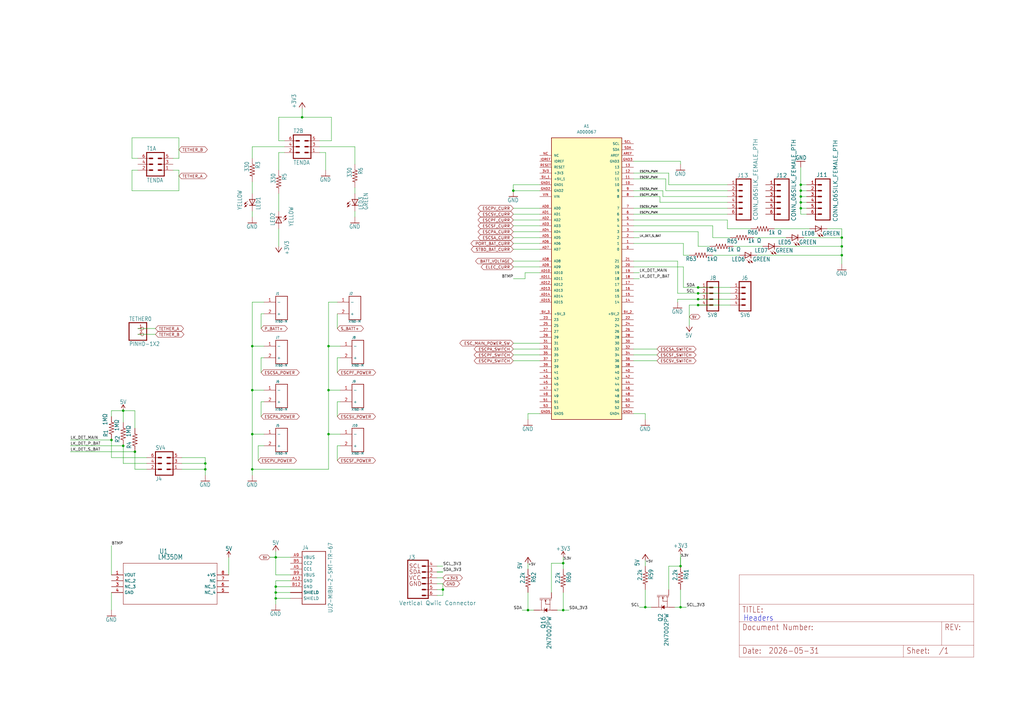
<source format=kicad_sch>
(kicad_sch (version 20231120) (generator "eeschema") (generator_version "8.0")
  (paper "User" 443.357 305.206)
  (junction (at 58.42 195.58))
  (junction (at 243.84 243.84))
  (junction (at 364.49 110.49))
  (junction (at 222.25 82.55))
  (junction (at 302.26 132.08))
  (junction (at 109.22 203.2))
  (junction (at 364.49 102.87))
  (junction (at 191.77 255.27))
  (junction (at 243.84 264.16))
  (junction (at 130.81 50.8))
  (junction (at 88.9 203.2))
  (junction (at 279.4 262.89))
  (junction (at 346.71 90.17))
  (junction (at 294.64 245.11))
  (junction (at 119.38 254))
  (junction (at 88.9 200.66))
  (junction (at 119.38 241.3))
  (junction (at 294.64 262.89))
  (junction (at 109.22 187.96))
  (junction (at 119.38 256.54))
  (junction (at 302.26 127))
  (junction (at 53.34 193.04))
  (junction (at 346.71 87.63))
  (junction (at 364.49 106.68))
  (junction (at 302.26 129.54))
  (junction (at 119.38 259.08))
  (junction (at 228.6 264.16))
  (junction (at 346.71 82.55))
  (junction (at 142.24 149.86))
  (junction (at 53.34 177.8))
  (junction (at 109.22 168.91))
  (junction (at 346.71 80.01))
  (junction (at 346.71 85.09))
  (junction (at 142.24 187.96))
  (junction (at 109.22 149.86))
  (junction (at 302.26 124.46))
  (junction (at 48.26 190.5))
  (junction (at 142.24 168.91))
  (wire (pts (xy 222.25 82.55) (xy 233.68 82.55)))
  (wire (pts (xy 146.05 173.99) (xy 146.05 180.34)) (stroke (width 0.1524)))
  (wire (pts (xy 78.74 198.12) (xy 88.9 198.12)) (stroke (width 0.1524)))
  (wire (pts (xy 119.38 259.08) (xy 125.73 259.08)))
  (wire (pts (xy 142.24 168.91) (xy 142.24 187.96)) (stroke (width 0.1524)))
  (wire (pts (xy 119.38 259.08) (xy 119.38 261.62)) (stroke (width 0.1524)))
  (wire (pts (xy 288.29 82.55) (xy 314.96 82.55)))
  (wire (pts (xy 287.02 85.09) (xy 287.02 82.55)))
  (wire (pts (xy 288.29 77.47) (xy 288.29 82.55)))
  (wire (pts (xy 243.84 243.84) (xy 238.76 243.84)) (stroke (width 0.1524)))
  (wire (pts (xy 114.3 135.89) (xy 113.03 135.89)) (stroke (width 0.1524)))
  (wire (pts (xy 189.23 255.27) (xy 191.77 255.27)))
  (wire (pts (xy 109.22 93.98) (xy 109.22 91.44)) (stroke (width 0.1524)))
  (wire (pts (xy 274.32 100.33) (xy 302.26 100.33)))
  (wire (pts (xy 228.6 264.16) (xy 231.14 264.16)) (stroke (width 0.1524)))
  (wire (pts (xy 222.25 107.95) (xy 233.68 107.95)))
  (wire (pts (xy 147.32 149.86) (xy 142.24 149.86)) (stroke (width 0.1524)))
  (wire (pts (xy 222.25 148.59) (xy 233.68 148.59)))
  (wire (pts (xy 48.26 248.92) (xy 48.26 236.22)) (stroke (width 0.1524)))
  (wire (pts (xy 147.32 187.96) (xy 142.24 187.96)) (stroke (width 0.1524)))
  (wire (pts (xy 142.24 187.96) (xy 142.24 203.2)) (stroke (width 0.1524)))
  (wire (pts (xy 228.6 245.11) (xy 228.6 246.38)) (stroke (width 0.1524)))
  (wire (pts (xy 279.4 243.84) (xy 279.4 242.57)))
  (wire (pts (xy 241.3 264.16) (xy 243.84 264.16)) (stroke (width 0.1524)))
  (wire (pts (xy 294.64 69.85) (xy 274.32 69.85)) (stroke (width 0.1524)))
  (wire (pts (xy 326.39 102.87) (xy 340.36 102.87)))
  (wire (pts (xy 279.4 262.89) (xy 281.94 262.89)) (stroke (width 0.1524)))
  (wire (pts (xy 302.26 127) (xy 316.23 127)))
  (wire (pts (xy 274.32 97.79) (xy 308.61 97.79)))
  (wire (pts (xy 222.25 115.57) (xy 233.68 115.57)))
  (wire (pts (xy 58.42 195.58) (xy 30.48 195.58)) (stroke (width 0.1524)))
  (wire (pts (xy 53.34 193.04) (xy 53.34 200.66)) (stroke (width 0.1524)))
  (wire (pts (xy 119.38 251.46) (xy 119.38 254)))
  (wire (pts (xy 120.65 50.8) (xy 130.81 50.8)) (stroke (width 0.1524)))
  (wire (pts (xy 113.03 135.89) (xy 113.03 142.24)) (stroke (width 0.1524)))
  (wire (pts (xy 59.69 142.24) (xy 67.31 142.24)) (stroke (width 0.1524)))
  (wire (pts (xy 274.32 90.17) (xy 314.96 90.17)))
  (wire (pts (xy 53.34 193.04) (xy 30.48 193.04)) (stroke (width 0.1524)))
  (wire (pts (xy 274.32 156.21) (xy 284.48 156.21)) (stroke (width 0.1524)))
  (wire (pts (xy 77.47 68.58) (xy 74.93 68.58)) (stroke (width 0.1524)))
  (wire (pts (xy 88.9 200.66) (xy 88.9 203.2)) (stroke (width 0.1524)))
  (wire (pts (xy 119.38 248.92) (xy 119.38 241.3)))
  (wire (pts (xy 191.77 247.65) (xy 189.23 247.65)))
  (wire (pts (xy 119.38 256.54) (xy 125.73 256.54)))
  (wire (pts (xy 243.84 242.57) (xy 243.84 243.84)) (stroke (width 0.1524)))
  (wire (pts (xy 243.84 264.16) (xy 246.38 264.16)) (stroke (width 0.1524)))
  (wire (pts (xy 143.51 50.8) (xy 143.51 60.96)) (stroke (width 0.1524)))
  (wire (pts (xy 294.64 71.12) (xy 294.64 69.85)) (stroke (width 0.1524)))
  (wire (pts (xy 302.26 124.46) (xy 316.23 124.46)))
  (wire (pts (xy 189.23 250.19) (xy 191.77 250.19)) (stroke (width 0.1524)))
  (wire (pts (xy 114.3 130.81) (xy 109.22 130.81)) (stroke (width 0.1524)))
  (wire (pts (xy 116.84 241.3) (xy 119.38 241.3)) (stroke (width 0.1524)))
  (wire (pts (xy 147.32 173.99) (xy 146.05 173.99)) (stroke (width 0.1524)))
  (wire (pts (xy 109.22 130.81) (xy 109.22 149.86)) (stroke (width 0.1524)))
  (wire (pts (xy 294.64 245.11) (xy 294.64 240.03)) (stroke (width 0.1524)))
  (wire (pts (xy 222.25 105.41) (xy 233.68 105.41)))
  (wire (pts (xy 59.69 73.66) (xy 57.15 73.66)) (stroke (width 0.1524)))
  (wire (pts (xy 243.84 243.84) (xy 243.84 246.38)) (stroke (width 0.1524)))
  (wire (pts (xy 53.34 200.66) (xy 63.5 200.66)) (stroke (width 0.1524)))
  (wire (pts (xy 364.49 110.49) (xy 364.49 114.3)))
  (wire (pts (xy 57.15 68.58) (xy 57.15 59.69)) (stroke (width 0.1524)))
  (wire (pts (xy 119.38 254) (xy 125.73 254)))
  (wire (pts (xy 78.74 203.2) (xy 88.9 203.2)) (stroke (width 0.1524)))
  (wire (pts (xy 58.42 195.58) (xy 58.42 203.2)) (stroke (width 0.1524)))
  (wire (pts (xy 302.26 132.08) (xy 316.23 132.08)))
  (wire (pts (xy 293.37 129.54) (xy 302.26 129.54)))
  (wire (pts (xy 222.25 151.13) (xy 233.68 151.13)))
  (wire (pts (xy 191.77 247.65) (xy 189.23 247.65)) (stroke (width 0.1524)))
  (wire (pts (xy 274.32 151.13) (xy 284.48 151.13)) (stroke (width 0.1524)))
  (wire (pts (xy 116.84 241.3) (xy 119.38 241.3)))
  (wire (pts (xy 274.32 95.25) (xy 314.96 95.25)))
  (wire (pts (xy 222.25 92.71) (xy 233.68 92.71)))
  (wire (pts (xy 238.76 243.84) (xy 238.76 256.54)) (stroke (width 0.1524)))
  (wire (pts (xy 308.61 110.49) (xy 320.04 110.49)))
  (wire (pts (xy 77.47 59.69) (xy 77.47 68.58)) (stroke (width 0.1524)))
  (wire (pts (xy 308.61 102.87) (xy 316.23 102.87)))
  (wire (pts (xy 146.05 154.94) (xy 146.05 161.29)) (stroke (width 0.1524)))
  (wire (pts (xy 349.25 80.01) (xy 346.71 80.01)) (stroke (width 0.1524)))
  (wire (pts (xy 228.6 264.16) (xy 228.6 256.54)) (stroke (width 0.1524)))
  (wire (pts (xy 274.32 118.11) (xy 276.86 118.11)))
  (wire (pts (xy 147.32 168.91) (xy 142.24 168.91)) (stroke (width 0.1524)))
  (wire (pts (xy 120.65 106.68) (xy 120.65 99.06)) (stroke (width 0.1524)))
  (wire (pts (xy 78.74 200.66) (xy 88.9 200.66)) (stroke (width 0.1524)))
  (wire (pts (xy 138.43 66.04) (xy 140.97 66.04)) (stroke (width 0.1524)))
  (wire (pts (xy 109.22 149.86) (xy 109.22 168.91)) (stroke (width 0.1524)))
  (wire (pts (xy 53.34 177.8) (xy 58.42 177.8)) (stroke (width 0.1524)))
  (wire (pts (xy 222.25 90.17) (xy 233.68 90.17)) (stroke (width 0.1524)))
  (wire (pts (xy 274.32 120.65) (xy 276.86 120.65)))
  (wire (pts (xy 222.25 153.67) (xy 233.68 153.67)))
  (wire (pts (xy 227.33 118.11) (xy 233.68 118.11)))
  (wire (pts (xy 119.38 254) (xy 119.38 256.54)))
  (wire (pts (xy 233.68 80.01) (xy 222.25 80.01)))
  (wire (pts (xy 146.05 130.81) (xy 142.24 130.81)) (stroke (width 0.1524)))
  (wire (pts (xy 125.73 248.92) (xy 119.38 248.92)))
  (wire (pts (xy 114.3 154.94) (xy 113.03 154.94)) (stroke (width 0.1524)))
  (wire (pts (xy 120.65 91.44) (xy 120.65 83.82)) (stroke (width 0.1524)))
  (wire (pts (xy 346.71 90.17) (xy 346.71 87.63)) (stroke (width 0.1524)))
  (wire (pts (xy 279.4 243.84) (xy 279.4 245.11)) (stroke (width 0.1524)))
  (wire (pts (xy 58.42 177.8) (xy 58.42 185.42)) (stroke (width 0.1524)))
  (wire (pts (xy 274.32 74.93) (xy 289.56 74.93)))
  (wire (pts (xy 109.22 168.91) (xy 109.22 187.96)) (stroke (width 0.1524)))
  (wire (pts (xy 153.67 63.5) (xy 153.67 71.12)) (stroke (width 0.1524)))
  (wire (pts (xy 119.38 256.54) (xy 119.38 259.08)) (stroke (width 0.1524)))
  (wire (pts (xy 88.9 198.12) (xy 88.9 200.66)) (stroke (width 0.1524)))
  (wire (pts (xy 337.82 106.68) (xy 364.49 106.68)))
  (wire (pts (xy 298.45 132.08) (xy 298.45 140.97)))
  (wire (pts (xy 77.47 73.66) (xy 77.47 82.55)) (stroke (width 0.1524)))
  (wire (pts (xy 222.25 100.33) (xy 233.68 100.33)))
  (wire (pts (xy 113.03 154.94) (xy 113.03 161.29)) (stroke (width 0.1524)))
  (wire (pts (xy 293.37 127) (xy 302.26 127)))
  (wire (pts (xy 191.77 245.11) (xy 189.23 245.11)))
  (wire (pts (xy 189.23 257.81) (xy 191.77 257.81)))
  (wire (pts (xy 189.23 252.73) (xy 191.77 252.73)))
  (wire (pts (xy 274.32 179.07) (xy 279.4 179.07)) (stroke (width 0.1524)))
  (wire (pts (xy 298.45 132.08) (xy 302.26 132.08)))
  (wire (pts (xy 222.25 113.03) (xy 233.68 113.03)))
  (wire (pts (xy 130.81 50.8) (xy 143.51 50.8)) (stroke (width 0.1524)))
  (wire (pts (xy 276.86 262.89) (xy 279.4 262.89)) (stroke (width 0.1524)))
  (wire (pts (xy 59.69 144.78) (xy 67.31 144.78)) (stroke (width 0.1524)))
  (wire (pts (xy 364.49 102.87) (xy 364.49 106.68)))
  (wire (pts (xy 120.65 66.04) (xy 123.19 66.04)) (stroke (width 0.1524)))
  (wire (pts (xy 123.19 60.96) (xy 120.65 60.96)) (stroke (width 0.1524)))
  (wire (pts (xy 274.32 115.57) (xy 295.91 115.57)))
  (wire (pts (xy 125.73 251.46) (xy 119.38 251.46)))
  (wire (pts (xy 294.64 245.11) (xy 289.56 245.11)) (stroke (width 0.1524)))
  (wire (pts (xy 119.38 241.3) (xy 119.38 238.76)) (stroke (width 0.1524)))
  (wire (pts (xy 346.71 92.71) (xy 346.71 90.17)) (stroke (width 0.1524)))
  (wire (pts (xy 274.32 77.47) (xy 288.29 77.47)))
  (wire (pts (xy 191.77 255.27) (xy 191.77 252.73)))
  (wire (pts (xy 285.75 87.63) (xy 314.96 87.63)))
  (wire (pts (xy 279.4 179.07) (xy 279.4 181.61)) (stroke (width 0.1524)))
  (wire (pts (xy 114.3 173.99) (xy 113.03 173.99)) (stroke (width 0.1524)))
  (wire (pts (xy 227.33 120.65) (xy 222.25 120.65)))
  (wire (pts (xy 349.25 82.55) (xy 346.71 82.55)) (stroke (width 0.1524)))
  (wire (pts (xy 297.18 262.89) (xy 294.64 262.89)) (stroke (width 0.1524)))
  (wire (pts (xy 294.64 262.89) (xy 294.64 255.27)) (stroke (width 0.1524)))
  (wire (pts (xy 222.25 80.01) (xy 222.25 82.55)))
  (wire (pts (xy 63.5 203.2) (xy 58.42 203.2)) (stroke (width 0.1524)))
  (wire (pts (xy 88.9 203.2) (xy 88.9 205.74)) (stroke (width 0.1524)))
  (wire (pts (xy 109.22 203.2) (xy 109.22 205.74)) (stroke (width 0.1524)))
  (wire (pts (xy 77.47 59.69) (xy 57.15 59.69)) (stroke (width 0.1524)))
  (wire (pts (xy 191.77 257.81) (xy 191.77 255.27)))
  (wire (pts (xy 274.32 102.87) (xy 276.86 102.87)))
  (wire (pts (xy 349.25 92.71) (xy 346.71 92.71)) (stroke (width 0.1524)))
  (wire (pts (xy 138.43 63.5) (xy 153.67 63.5)) (stroke (width 0.1524)))
  (wire (pts (xy 109.22 187.96) (xy 109.22 203.2)) (stroke (width 0.1524)))
  (wire (pts (xy 295.91 124.46) (xy 302.26 124.46)))
  (wire (pts (xy 222.25 156.21) (xy 233.68 156.21)))
  (wire (pts (xy 120.65 60.96) (xy 120.65 50.8)) (stroke (width 0.1524)))
  (wire (pts (xy 308.61 97.79) (xy 308.61 102.87)))
  (wire (pts (xy 289.56 80.01) (xy 314.96 80.01)))
  (wire (pts (xy 48.26 190.5) (xy 30.48 190.5)) (stroke (width 0.1524)))
  (wire (pts (xy 120.65 73.66) (xy 120.65 66.04)) (stroke (width 0.1524)))
  (wire (pts (xy 317.5 106.68) (xy 330.2 106.68)))
  (wire (pts (xy 274.32 92.71) (xy 314.96 92.71)))
  (wire (pts (xy 293.37 113.03) (xy 293.37 127)))
  (wire (pts (xy 349.25 85.09) (xy 346.71 85.09)) (stroke (width 0.1524)))
  (wire (pts (xy 346.71 82.55) (xy 346.71 80.01)) (stroke (width 0.1524)))
  (wire (pts (xy 48.26 198.12) (xy 63.5 198.12)) (stroke (width 0.1524)))
  (wire (pts (xy 109.22 68.58) (xy 109.22 63.5)) (stroke (width 0.1524)))
  (wire (pts (xy 274.32 113.03) (xy 293.37 113.03)))
  (wire (pts (xy 349.25 90.17) (xy 346.71 90.17)) (stroke (width 0.1524)))
  (wire (pts (xy 228.6 179.07) (xy 228.6 181.61)) (stroke (width 0.1524)))
  (wire (pts (xy 293.37 130.81) (xy 293.37 129.54)))
  (wire (pts (xy 294.64 241.3) (xy 294.64 245.11)))
  (wire (pts (xy 243.84 242.57) (xy 243.84 241.3)))
  (wire (pts (xy 243.84 264.16) (xy 243.84 256.54)) (stroke (width 0.1524)))
  (wire (pts (xy 335.28 99.06) (xy 350.52 99.06)))
  (wire (pts (xy 346.71 80.01) (xy 346.71 72.39)) (stroke (width 0.1524)))
  (wire (pts (xy 99.06 241.3) (xy 99.06 248.92)) (stroke (width 0.1524)))
  (wire (pts (xy 364.49 106.68) (xy 364.49 110.49)))
  (wire (pts (xy 146.05 135.89) (xy 146.05 142.24)) (stroke (width 0.1524)))
  (wire (pts (xy 358.14 99.06) (xy 364.49 99.06)))
  (wire (pts (xy 143.51 60.96) (xy 138.43 60.96)) (stroke (width 0.1524)))
  (wire (pts (xy 289.56 74.93) (xy 289.56 80.01)))
  (wire (pts (xy 314.96 95.25) (xy 314.96 99.06)))
  (wire (pts (xy 295.91 110.49) (xy 295.91 105.41)))
  (wire (pts (xy 153.67 81.28) (xy 153.67 83.82)) (stroke (width 0.1524)))
  (wire (pts (xy 142.24 203.2) (xy 109.22 203.2)) (stroke (width 0.1524)))
  (wire (pts (xy 114.3 168.91) (xy 109.22 168.91)) (stroke (width 0.1524)))
  (wire (pts (xy 302.26 129.54) (xy 316.23 129.54)))
  (wire (pts (xy 48.26 177.8) (xy 48.26 180.34)) (stroke (width 0.1524)))
  (wire (pts (xy 53.34 177.8) (xy 53.34 182.88)) (stroke (width 0.1524)))
  (wire (pts (xy 53.34 177.8) (xy 48.26 177.8)) (stroke (width 0.1524)))
  (wire (pts (xy 59.69 68.58) (xy 57.15 68.58)) (stroke (width 0.1524)))
  (wire (pts (xy 109.22 187.96) (xy 114.3 187.96)) (stroke (width 0.1524)))
  (wire (pts (xy 364.49 99.06) (xy 364.49 102.87)))
  (wire (pts (xy 113.03 173.99) (xy 113.03 180.34)) (stroke (width 0.1524)))
  (wire (pts (xy 327.66 110.49) (xy 364.49 110.49)))
  (wire (pts (xy 222.25 102.87) (xy 233.68 102.87)))
  (wire (pts (xy 119.38 241.3) (xy 125.73 241.3)) (stroke (width 0.1524)))
  (wire (pts (xy 295.91 105.41) (xy 274.32 105.41)))
  (wire (pts (xy 77.47 82.55) (xy 57.15 82.55)) (stroke (width 0.1524)))
  (wire (pts (xy 146.05 193.04) (xy 147.32 193.04)) (stroke (width 0.1524)))
  (wire (pts (xy 109.22 78.74) (xy 109.22 83.82)) (stroke (width 0.1524)))
  (wire (pts (xy 289.56 245.11) (xy 289.56 255.27)) (stroke (width 0.1524)))
  (wire (pts (xy 77.47 73.66) (xy 74.93 73.66)) (stroke (width 0.1524)))
  (wire (pts (xy 57.15 73.66) (xy 57.15 82.55)) (stroke (width 0.1524)))
  (wire (pts (xy 292.1 262.89) (xy 294.64 262.89)) (stroke (width 0.1524)))
  (wire (pts (xy 111.76 199.39) (xy 111.76 193.04)) (stroke (width 0.1524)))
  (wire (pts (xy 285.75 85.09) (xy 285.75 87.63)))
  (wire (pts (xy 228.6 245.11) (xy 228.6 243.84)))
  (wire (pts (xy 130.81 46.99) (xy 130.81 50.8)))
  (wire (pts (xy 111.76 193.04) (xy 114.3 193.04)) (stroke (width 0.1524)))
  (wire (pts (xy 314.96 85.09) (xy 287.02 85.09)))
  (wire (pts (xy 314.96 99.06) (xy 325.12 99.06)))
  (wire (pts (xy 302.26 106.68) (xy 307.34 106.68)))
  (wire (pts (xy 274.32 82.55) (xy 287.02 82.55)))
  (wire (pts (xy 142.24 149.86) (xy 142.24 168.91)) (stroke (width 0.1524)))
  (wire (pts (xy 153.67 91.44) (xy 153.67 93.98)) (stroke (width 0.1524)))
  (wire (pts (xy 227.33 120.65) (xy 227.33 118.11)))
  (wire (pts (xy 279.4 262.89) (xy 279.4 255.27)) (stroke (width 0.1524)))
  (wire (pts (xy 142.24 130.81) (xy 142.24 149.86)) (stroke (width 0.1524)))
  (wire (pts (xy 347.98 102.87) (xy 364.49 102.87)))
  (wire (pts (xy 48.26 190.5) (xy 48.26 198.12)) (stroke (width 0.1524)))
  (wire (pts (xy 226.06 264.16) (xy 228.6 264.16)) (stroke (width 0.1524)))
  (wire (pts (xy 114.3 149.86) (xy 109.22 149.86)) (stroke (width 0.1524)))
  (wire (pts (xy 146.05 199.39) (xy 146.05 193.04)) (stroke (width 0.1524)))
  (wire (pts (xy 295.91 115.57) (xy 295.91 124.46)))
  (wire (pts (xy 346.71 85.09) (xy 346.71 82.55)) (stroke (width 0.1524)))
  (wire (pts (xy 140.97 66.04) (xy 140.97 73.66)) (stroke (width 0.1524)))
  (wire (pts (xy 147.32 154.94) (xy 146.05 154.94)) (stroke (width 0.1524)))
  (wire (pts (xy 274.32 153.67) (xy 284.48 153.67)) (stroke (width 0.1524)))
  (wire (pts (xy 349.25 87.63) (xy 346.71 87.63)) (stroke (width 0.1524)))
  (wire (pts (xy 222.25 95.25) (xy 233.68 95.25)))
  (wire (pts (xy 48.26 256.54) (xy 48.26 264.16)) (stroke (width 0.1524)))
  (wire (pts (xy 274.32 85.09) (xy 285.75 85.09)))
  (wire (pts (xy 222.25 97.79) (xy 233.68 97.79)))
  (wire (pts (xy 302.26 100.33) (xy 302.26 106.68)))
  (wire (pts (xy 228.6 179.07) (xy 233.68 179.07)) (stroke (width 0.1524)))
  (wire (pts (xy 109.22 63.5) (xy 123.19 63.5)) (stroke (width 0.1524)))
  (wire (pts (xy 295.91 110.49) (xy 298.45 110.49)))
  (wire (pts (xy 346.71 87.63) (xy 346.71 85.09)) (stroke (width 0.1524)))
  (text "Headers" (at 321.818 269.24 0) (effects (font (size 2.54 2.159)) (justify left bottom)))
  (label "ESCSA_PWM" (at 276.86 82.55 0) (effects (font (size 0.889 0.889))))
  (label "LK_DET_MAIN" (at 276.86 118.11 0) (effects (font (size 1.2446 1.2446))))
  (label "LK_DET_P_BAT" (at 30.48 193.04 0) (effects (font (size 1.2446 1.2446))))
  (label "+5V" (at 279.4 243.84 0) (effects (font (size 1.016 1.016))))
  (label "LK_DET_S_BAT" (at 30.48 195.58 0) (effects (font (size 1.2446 1.2446))))
  (label "ESCSF_PWM" (at 276.86 77.47 0) (effects (font (size 0.889 0.889))))
  (label "ESCSV_PWM" (at 276.86 90.17 0) (effects (font (size 0.889 0.889))))
  (label "SCL_3V3" (at 297.18 262.89 0) (effects (font (size 1.2446 1.2446))))
  (label "SDA" (at 226.06 264.16 180) (effects (font (size 1.2446 1.2446))))
  (label "3.3V" (at 294.64 241.3 0) (effects (font (size 1.016 1.016))))
  (label "3.3V" (at 243.84 242.57 0) (effects (font (size 1.016 1.016))))
  (label "LK_DET_S_BAT" (at 276.86 102.87 0) (effects (font (size 0.889 0.889))))
  (label "+5V" (at 228.6 245.11 0) (effects (font (size 1.016 1.016))))
  (label "BTMP" (at 48.26 236.22 0) (effects (font (size 1.2446 1.2446))))
  (label "SCL" (at 276.86 262.89 180) (effects (font (size 1.2446 1.2446))))
  (label "ESCPV_PWM" (at 276.86 92.71 0) (effects (font (size 0.889 0.889))))
  (label "LK_DET_MAIN" (at 30.48 190.5 0) (effects (font (size 1.2446 1.2446))))
  (label "SDA_3V3" (at 246.38 264.16 0) (effects (font (size 1.2446 1.2446))))
  (label "SCL_3V3" (at 191.77 245.11 0) (effects (font (size 1.2446 1.2446))))
  (label "SDA_3V3" (at 191.77 247.65 0) (effects (font (size 1.2446 1.2446))))
  (label "BTMP" (at 222.25 120.65 180) (effects (font (size 1.2446 1.2446))))
  (label "SCL" (at 297.18 127 0) (effects (font (size 1.2446 1.2446))))
  (label "ESCPA_PWM" (at 276.86 74.93 0) (effects (font (size 0.889 0.889))))
  (label "ESCPF_PWM" (at 276.86 85.09 0) (effects (font (size 0.889 0.889))))
  (label "SDA" (at 297.18 124.46 0) (effects (font (size 1.2446 1.2446))))
  (label "LK_DET_P_BAT" (at 276.86 120.65 0) (effects (font (size 1.2446 1.2446))))
  (global_label "GND" (shape bidirectional) (at 191.77 252.73 0) (effects (font (size 1.2446 1.2446))) (property "Intersheetrefs" "${INTERSHEET_REFS}" (effects (hide yes))))
  (global_label "STBD_BAT_CURR" (shape bidirectional) (at 222.25 107.95 180) (effects (font (size 1.2446 1.2446))) (property "Intersheetrefs" "${INTERSHEET_REFS}" (effects (hide yes))))
  (global_label "ESCSA_POWER" (shape bidirectional) (at 113.03 161.29 0) (effects (font (size 1.2446 1.2446))) (property "Intersheetrefs" "${INTERSHEET_REFS}" (effects (hide yes))))
  (global_label "ESCSA_CURR" (shape bidirectional) (at 222.25 102.87 180) (effects (font (size 1.2446 1.2446))) (property "Intersheetrefs" "${INTERSHEET_REFS}" (effects (hide yes))))
  (global_label "ESCSF_POWER" (shape bidirectional) (at 146.05 199.39 0) (effects (font (size 1.2446 1.2446))) (property "Intersheetrefs" "${INTERSHEET_REFS}" (effects (hide yes))))
  (global_label "TETHER_A" (shape bidirectional) (at 77.47 76.2 0) (effects (font (size 1.2446 1.2446))) (property "Intersheetrefs" "${INTERSHEET_REFS}" (effects (hide yes))))
  (global_label "P_BATT+" (shape bidirectional) (at 113.03 142.24 0) (effects (font (size 1.2446 1.2446))) (property "Intersheetrefs" "${INTERSHEET_REFS}" (effects (hide yes))))
  (global_label "TETHER_A" (shape bidirectional) (at 67.31 142.24 0) (effects (font (size 1.2446 1.2446))) (property "Intersheetrefs" "${INTERSHEET_REFS}" (effects (hide yes))))
  (global_label "ESCPA_CURR" (shape bidirectional) (at 222.25 100.33 180) (effects (font (size 1.2446 1.2446))) (property "Intersheetrefs" "${INTERSHEET_REFS}" (effects (hide yes))))
  (global_label "ESCSV_CURR" (shape bidirectional) (at 222.25 92.71 180) (effects (font (size 1.2446 1.2446))) (property "Intersheetrefs" "${INTERSHEET_REFS}" (effects (hide yes))))
  (global_label "ESCPV_SWITCH" (shape bidirectional) (at 222.25 156.21 180) (effects (font (size 1.2446 1.2446))) (property "Intersheetrefs" "${INTERSHEET_REFS}" (effects (hide yes))))
  (global_label "+3V3" (shape bidirectional) (at 191.77 250.19 0) (effects (font (size 1.2446 1.2446))) (property "Intersheetrefs" "${INTERSHEET_REFS}" (effects (hide yes))))
  (global_label "S_BATT+" (shape bidirectional) (at 146.05 142.24 0) (effects (font (size 1.2446 1.2446))) (property "Intersheetrefs" "${INTERSHEET_REFS}" (effects (hide yes))))
  (global_label "ESCPF_POWER" (shape bidirectional) (at 146.05 161.29 0) (effects (font (size 1.2446 1.2446))) (property "Intersheetrefs" "${INTERSHEET_REFS}" (effects (hide yes))))
  (global_label "ESCPV_CURR" (shape bidirectional) (at 222.25 90.17 180) (effects (font (size 1.2446 1.2446))) (property "Intersheetrefs" "${INTERSHEET_REFS}" (effects (hide yes))))
  (global_label "ESCPA_POWER" (shape bidirectional) (at 113.03 180.34 0) (effects (font (size 1.2446 1.2446))) (property "Intersheetrefs" "${INTERSHEET_REFS}" (effects (hide yes))))
  (global_label "5V" (shape bidirectional) (at 116.84 241.3 180) (effects (font (size 1.016 1.016))) (property "Intersheetrefs" "${INTERSHEET_REFS}" (effects (hide yes))))
  (global_label "PORT_BAT_CURR" (shape bidirectional) (at 222.25 105.41 180) (effects (font (size 1.2446 1.2446))) (property "Intersheetrefs" "${INTERSHEET_REFS}" (effects (hide yes))))
  (global_label "BATT_VOLTAGE" (shape bidirectional) (at 222.25 113.03 180) (effects (font (size 1.2446 1.2446))) (property "Intersheetrefs" "${INTERSHEET_REFS}" (effects (hide yes))))
  (global_label "5V" (shape bidirectional) (at 298.45 137.16 0) (effects (font (size 1.016 1.016))) (property "Intersheetrefs" "${INTERSHEET_REFS}" (effects (hide yes))))
  (global_label "ESCSF_SWITCH" (shape bidirectional) (at 284.48 153.67 0) (effects (font (size 1.2446 1.2446))) (property "Intersheetrefs" "${INTERSHEET_REFS}" (effects (hide yes))))
  (global_label "ESCPF_SWITCH" (shape bidirectional) (at 222.25 153.67 180) (effects (font (size 1.2446 1.2446))) (property "Intersheetrefs" "${INTERSHEET_REFS}" (effects (hide yes))))
  (global_label "ESCSA_SWITCH" (shape bidirectional) (at 284.48 151.13 0) (effects (font (size 1.2446 1.2446))) (property "Intersheetrefs" "${INTERSHEET_REFS}" (effects (hide yes))))
  (global_label "ESCPA_SWITCH" (shape bidirectional) (at 222.25 151.13 180) (effects (font (size 1.2446 1.2446))) (property "Intersheetrefs" "${INTERSHEET_REFS}" (effects (hide yes))))
  (global_label "ESCPV_POWER" (shape bidirectional) (at 111.76 199.39 0) (effects (font (size 1.2446 1.2446))) (property "Intersheetrefs" "${INTERSHEET_REFS}" (effects (hide yes))))
  (global_label "ESCSF_CURR" (shape bidirectional) (at 222.25 97.79 180) (effects (font (size 1.2446 1.2446))) (property "Intersheetrefs" "${INTERSHEET_REFS}" (effects (hide yes))))
  (global_label "TETHER_B" (shape bidirectional) (at 77.47 64.77 0) (effects (font (size 1.2446 1.2446))) (property "Intersheetrefs" "${INTERSHEET_REFS}" (effects (hide yes))))
  (global_label "TETHER_B" (shape bidirectional) (at 67.31 144.78 0) (effects (font (size 1.2446 1.2446))) (property "Intersheetrefs" "${INTERSHEET_REFS}" (effects (hide yes))))
  (global_label "ESCPF_CURR" (shape bidirectional) (at 222.25 95.25 180) (effects (font (size 1.2446 1.2446))) (property "Intersheetrefs" "${INTERSHEET_REFS}" (effects (hide yes))))
  (global_label "ESCSV_SWITCH" (shape bidirectional) (at 284.48 156.21 0) (effects (font (size 1.2446 1.2446))) (property "Intersheetrefs" "${INTERSHEET_REFS}" (effects (hide yes))))
  (global_label "ESCSV_POWER" (shape bidirectional) (at 146.05 180.34 0) (effects (font (size 1.2446 1.2446))) (property "Intersheetrefs" "${INTERSHEET_REFS}" (effects (hide yes))))
  (global_label "ELEC_CURR" (shape bidirectional) (at 222.25 115.57 180) (effects (font (size 1.2446 1.2446))) (property "Intersheetrefs" "${INTERSHEET_REFS}" (effects (hide yes))))
  (global_label "ESC_MAIN_POWER_SW" (shape bidirectional) (at 222.25 148.59 180) (effects (font (size 1.2446 1.2446))) (property "Intersheetrefs" "${INTERSHEET_REFS}" (effects (hide yes))))
  (symbol (lib_id "PMS-eagle-import:5V") (at 53.34 177.8 0) (unit 1)
    (property "Reference" "#SUPPLY01" (effects (hide yes)))
    (property "Value" "5V" (at 53.34 175.006 0) (effects (font (size 1.778 1.5113)) (justify bottom)))
  )
  (symbol (lib_id "PMS-eagle-import:supply1_GND") (at 364.49 116.84 0) (unit 1)
    (property "Reference" "#GND03" (effects (hide yes)))
    (property "Value" "GND" (at 361.95 119.38 0) (effects (font (size 1.778 1.5113)) (justify left bottom)))
  )
  (symbol (lib_id "PMS-eagle-import:+5V") (at 279.4 240.03 0) (unit 1)
    (property "Reference" "#P+05" (effects (hide yes)))
    (property "Value" "5V" (at 276.86 245.11 90) (effects (font (size 1.778 1.5113)) (justify left bottom)))
  )
  (symbol (lib_id "PMS-eagle-import:R-US_R0805") (at 153.67 76.2 270) (unit 1)
    (property "Reference" "R6" (at 155.1686 72.39 0) (effects (font (size 1.778 1.5113)) (justify left bottom)))
    (property "Value" "330" (at 150.368 72.39 0) (effects (font (size 1.778 1.5113)) (justify left bottom)))
    (property "Footprint" "Resistor_SMD:R_0805_2012Metric_Pad1.20x1.40mm_HandSolder" (effects (hide yes)))
  )
  (symbol (lib_id "PMS-eagle-import:MOSFET-NCH-2N7002PW") (at 236.22 261.62 90) (mirror x) (unit 1)
    (property "Reference" "Q16" (at 236.22 266.7 0) (effects (font (size 1.778 1.778)) (justify left bottom)))
    (property "Value" "2N7002PW" (at 238.76 266.7 0) (effects (font (size 1.778 1.778)) (justify left bottom)))
    (property "Footprint" "Package_TO_SOT_SMD:SOT-23-3" (effects (hide yes)))
  )
  (symbol (lib_id "PMS-eagle-import:UJ2-MIBH-2-SMT-TR-67") (at 135.89 248.92 0) (unit 1)
    (property "Reference" "J4" (at 130.81 238.125 0) (effects (font (size 1.778 1.5113)) (justify left bottom)))
    (property "Value" "UJ2-MIBH-2-SMT-TR-67" (at 144.018 265.43 90) (effects (font (size 1.778 1.5113)) (justify left bottom)))
    (property "Footprint" "USB4125_GF_A:GCT_USB4125-GF-A_REVA2" (effects (hide yes)))
  )
  (symbol (lib_id "PMS-eagle-import:supply1_GND") (at 119.38 264.16 0) (unit 1)
    (property "Reference" "#GND02" (effects (hide yes)))
    (property "Value" "GND" (at 116.84 266.7 0) (effects (font (size 1.778 1.5113)) (justify left bottom)))
  )
  (symbol (lib_id "PMS-eagle-import:TABL_L") (at 320.04 284.48 0) (unit 2)
    (property "Reference" "#FRAME2" (effects (hide yes)))
    (property "Value" "Null Value" (effects (hide yes)))
  )
  (symbol (lib_id "PMS-eagle-import:R-US_M0805") (at 330.2 99.06 0) (unit 1)
    (property "Reference" "R66" (at 323.596 101.6 0) (effects (font (size 1.778 1.5113)) (justify left bottom)))
    (property "Value" "1k Ω" (at 332.74 101.6 0) (effects (font (size 1.778 1.5113)) (justify left bottom)))
    (property "Footprint" "Resistor_SMD:R_0805_2012Metric_Pad1.20x1.40mm_HandSolder" (effects (hide yes)))
  )
  (symbol (lib_id "PMS-eagle-import:CONN_06SILK_FEMALE_PTH") (at 320.04 85.09 180) (unit 1)
    (property "Reference" "J13" (at 324.104 74.93 0) (effects (font (size 1.778 1.778)) (justify left bottom)))
    (property "Value" "CONN_06SILK_FEMALE_PTH" (at 326.136 59.944 90) (effects (font (size 1.778 1.778)) (justify left bottom)))
    (property "Footprint" "Connector_PinSocket_2.54mm:PinSocket_1x06_P2.54mm_Vertical" (effects (hide yes)))
  )
  (symbol (lib_id "PMS-eagle-import:XT60-M") (at 153.67 133.35 0) (unit 1)
    (property "Reference" "J2" (at 151.1251 127.624 0) (effects (font (size 1.0179 0.8652)) (justify left bottom)))
    (property "Value" "XT60-M" (at 150.871 139.7112 0) (effects (font (size 1.0177 0.865)) (justify left bottom)))
    (property "Footprint" "Connector_AMASS:AMASS_XT60-M_1x02_P7.20mm_Vertical" (effects (hide yes)))
  )
  (symbol (lib_id "PMS-eagle-import:R-US_R0805") (at 109.22 73.66 270) (unit 1)
    (property "Reference" "R3" (at 110.7186 69.85 0) (effects (font (size 1.778 1.5113)) (justify left bottom)))
    (property "Value" "330" (at 105.918 69.85 0) (effects (font (size 1.778 1.5113)) (justify left bottom)))
    (property "Footprint" "Resistor_SMD:R_0805_2012Metric_Pad1.20x1.40mm_HandSolder" (effects (hide yes)))
  )
  (symbol (lib_id "PMS-eagle-import:3.3V") (at 243.84 241.3 0) (unit 1)
    (property "Reference" "#SUPPLY03" (effects (hide yes)))
    (property "Value" "+3V3" (at 243.84 238.506 0) (effects (font (size 1.778 1.5113)) (justify bottom)))
  )
  (symbol (lib_id "PMS-eagle-import:R-US_M0805") (at 53.34 187.96 90) (unit 1)
    (property "Reference" "R2" (at 51.8414 191.77 0) (effects (font (size 1.778 1.5113)) (justify left bottom)))
    (property "Value" "1MΩ" (at 51.562 186.69 0) (effects (font (size 1.778 1.5113)) (justify left bottom)))
    (property "Footprint" "Resistor_SMD:R_0805_2012Metric_Pad1.20x1.40mm_HandSolder" (effects (hide yes)))
  )
  (symbol (lib_id "PMS-eagle-import:XT60-M") (at 121.92 133.35 0) (unit 1)
    (property "Reference" "J1" (at 119.3751 127.624 0) (effects (font (size 1.0179 0.8652)) (justify left bottom)))
    (property "Value" "XT60-M" (at 119.121 139.7112 0) (effects (font (size 1.0177 0.865)) (justify left bottom)))
    (property "Footprint" "Connector_AMASS:AMASS_XT60-M_1x02_P7.20mm_Vertical" (effects (hide yes)))
  )
  (symbol (lib_id "PMS-eagle-import:XT60-M") (at 121.92 171.45 0) (unit 1)
    (property "Reference" "J6" (at 119.3751 165.724 0) (effects (font (size 1.0179 0.8652)) (justify left bottom)))
    (property "Value" "XT60-M" (at 119.121 177.8112 0) (effects (font (size 1.0177 0.865)) (justify left bottom)))
    (property "Footprint" "Connector_AMASS:AMASS_XT60-M_1x02_P7.20mm_Vertical" (effects (hide yes)))
  )
  (symbol (lib_id "PMS-eagle-import:+5V") (at 119.38 236.22 0) (unit 1)
    (property "Reference" "#P+03" (effects (hide yes)))
    (property "Value" "5V" (at 117.856 235.966 0) (effects (font (size 1.778 1.5113)) (justify left bottom)))
  )
  (symbol (lib_id "PMS-eagle-import:LM35DM") (at 45.72 248.92 0) (unit 1)
    (property "Reference" "U1" (at 68.9356 239.8014 0) (effects (font (size 2.0828 1.7703)) (justify left bottom)))
    (property "Value" "LM35DM" (at 68.3006 242.3414 0) (effects (font (size 2.0828 1.7703)) (justify left bottom)))
    (property "Footprint" "Package_SO:SOIC-8_3.9x4.9mm_P1.27mm" (effects (hide yes)))
  )
  (symbol (lib_id "PMS-eagle-import:R-US_R0805") (at 279.4 250.19 270) (unit 1)
    (property "Reference" "R59" (at 280.8986 246.38 0) (effects (font (size 1.778 1.5113)) (justify left bottom)))
    (property "Value" "2.2k" (at 276.098 246.38 0) (effects (font (size 1.778 1.5113)) (justify left bottom)))
    (property "Footprint" "Resistor_SMD:R_0805_2012Metric_Pad1.20x1.40mm_HandSolder" (effects (hide yes)))
  )
  (symbol (lib_id "PMS-eagle-import:MOSFET-NCH-2N7002PW") (at 287.02 260.35 90) (mirror x) (unit 1)
    (property "Reference" "Q2" (at 287.02 265.43 0) (effects (font (size 1.778 1.778)) (justify left bottom)))
    (property "Value" "2N7002PW" (at 289.56 265.43 0) (effects (font (size 1.778 1.778)) (justify left bottom)))
    (property "Footprint" "Package_TO_SOT_SMD:SOT-23-3" (effects (hide yes)))
  )
  (symbol (lib_id "PMS-eagle-import:R-US_M0805") (at 321.31 102.87 0) (unit 1)
    (property "Reference" "R65" (at 314.706 105.41 0) (effects (font (size 1.778 1.5113)) (justify left bottom)))
    (property "Value" "1k Ω" (at 323.85 105.156 0) (effects (font (size 1.778 1.5113)) (justify left bottom)))
    (property "Footprint" "Resistor_SMD:R_0805_2012Metric_Pad1.20x1.40mm_HandSolder" (effects (hide yes)))
  )
  (symbol (lib_id "PMS-eagle-import:supply1_GND") (at 109.22 96.52 0) (unit 1)
    (property "Reference" "#GND017" (effects (hide yes)))
    (property "Value" "GND" (at 106.68 99.06 0) (effects (font (size 1.778 1.5113)) (justify left bottom)))
  )
  (symbol (lib_id "PMS-eagle-import:QWIIC_CONNECTOR") (at 181.61 250.19 0) (unit 1)
    (property "Reference" "J3" (at 176.53 242.316 0) (effects (font (size 1.778 1.778)) (justify left bottom)))
    (property "Value" "Vertical Qwiic Connector" (at 172.72 260.096 0) (effects (font (size 1.778 1.778)) (justify left top)))
    (property "Footprint" "PRT-16766:CONN_BM04B-SRSS-TB_SPK" (effects (hide yes)))
  )
  (symbol (lib_id "PMS-eagle-import:LEDCHIPLED_0805") (at 109.22 86.36 0) (unit 1)
    (property "Reference" "LED1" (at 112.776 90.932 90) (effects (font (size 1.778 1.5113)) (justify left bottom)))
    (property "Value" "YELLOW" (at 104.775 90.932 90) (effects (font (size 1.778 1.5113)) (justify left bottom)))
    (property "Footprint" "LED_SMD:LED_0805_2012Metric_Pad1.15x1.40mm_HandSolder" (effects (hide yes)))
    (property "Description" "LED" (effects (hide yes)))
  )
  (symbol (lib_id "PMS-eagle-import:R-US_R0805") (at 228.6 251.46 270) (unit 1)
    (property "Reference" "R62" (at 230.0986 247.65 0) (effects (font (size 1.778 1.5113)) (justify left bottom)))
    (property "Value" "2.2k" (at 225.298 247.65 0) (effects (font (size 1.778 1.5113)) (justify left bottom)))
    (property "Footprint" "Resistor_SMD:R_0805_2012Metric_Pad1.20x1.40mm_HandSolder" (effects (hide yes)))
  )
  (symbol (lib_id "PMS-eagle-import:XT60-M") (at 121.92 190.5 0) (unit 1)
    (property "Reference" "J5" (at 119.3751 184.774 0) (effects (font (size 1.0179 0.8652)) (justify left bottom)))
    (property "Value" "XT60-M" (at 119.121 196.8612 0) (effects (font (size 1.0177 0.865)) (justify left bottom)))
    (property "Footprint" "Connector_AMASS:AMASS_XT60-M_1x02_P7.20mm_Vertical" (effects (hide yes)))
  )
  (symbol (lib_id "PMS-eagle-import:PINHD-1X2") (at 62.23 144.78 0) (unit 1)
    (property "Reference" "TETHER0" (at 55.88 139.065 0) (effects (font (size 1.778 1.5113)) (justify left bottom)))
    (property "Value" "PINHD-1X2" (at 55.88 149.86 0) (effects (font (size 1.778 1.5113)) (justify left bottom)))
    (property "Footprint" "Connector_PinSocket_2.54mm:PinSocket_1x02_P2.54mm_Vertical" (effects (hide yes)))
  )
  (symbol (lib_id "PMS-eagle-import:5V") (at 99.06 241.3 0) (unit 1)
    (property "Reference" "#SUPPLY02" (effects (hide yes)))
    (property "Value" "5V" (at 99.06 238.506 0) (effects (font (size 1.778 1.5113)) (justify bottom)))
  )
  (symbol (lib_id "PMS-eagle-import:R-US_R0805") (at 243.84 251.46 270) (unit 1)
    (property "Reference" "R60" (at 245.3386 247.65 0) (effects (font (size 1.778 1.5113)) (justify left bottom)))
    (property "Value" "2.2k" (at 240.538 247.65 0) (effects (font (size 1.778 1.5113)) (justify left bottom)))
    (property "Footprint" "Resistor_SMD:R_0805_2012Metric_Pad1.20x1.40mm_HandSolder" (effects (hide yes)))
  )
  (symbol (lib_id "PMS-eagle-import:supply1_GND") (at 346.71 69.85 180) (unit 1)
    (property "Reference" "#GND011" (effects (hide yes)))
    (property "Value" "GND" (at 349.25 67.31 0) (effects (font (size 1.778 1.5113)) (justify left bottom)))
  )
  (symbol (lib_id "PMS-eagle-import:+5V") (at 298.45 143.51 180) (unit 1)
    (property "Reference" "#P+04" (effects (hide yes)))
    (property "Value" "5V" (at 299.72 144.272 0) (effects (font (size 1.778 1.5113)) (justify left bottom)))
  )
  (symbol (lib_id "A000067:A000067") (at 254 120.65 0) (unit 1)
    (property "Reference" "A1" (at 254 54.61 0))
    (property "Value" "A000067" (at 254 57.15 0))
    (property "Footprint" "A000067:MODULE_A000067" (effects (hide yes)))
    (property "MF" "Arduino" (effects (hide yes)))
    (property "DESCRIPTION" "Dev.kit: Arduino; SPI, TWI, UART; ICSP, USB B, pin strips, supply" (effects (hide yes)))
    (property "PACKAGE" "None" (effects (hide yes)))
    (property "PRICE" "None" (effects (hide yes)))
    (property "Package" "Non-Standard Arduino" (effects (hide yes)))
    (property "Check_prices" "https://www.snapeda.com/parts/Arduino%20Mega%202560%20Rev3/Arduino/view-part/?ref=eda" (effects (hide yes)))
    (property "Price" "None" (effects (hide yes)))
    (property "SnapEDA_Link" "https://www.snapeda.com/parts/Arduino%20Mega%202560%20Rev3/Arduino/view-part/?ref=snap" (effects (hide yes)))
    (property "MP" "Arduino Mega 2560 Rev3" (effects (hide yes)))
    (property "Availability" "Not in stock" (effects (hide yes)))
    (property "AVAILABILITY" "Unavailable" (effects (hide yes)))
    (property "Description_1" "\n                        \n                            8-bit board with 54 digital pins, 16 analog inputs, and 4 serial ports.\n                        \n" (effects (hide yes)))
  )
  (symbol (lib_id "PMS-eagle-import:supply1_GND") (at 140.97 76.2 0) (unit 1)
    (property "Reference" "#GND016" (effects (hide yes)))
    (property "Value" "GND" (at 138.43 78.74 0) (effects (font (size 1.778 1.5113)) (justify left bottom)))
  )
  (symbol (lib_id "PMS-eagle-import:supply1_GND") (at 109.22 208.28 0) (unit 1)
    (property "Reference" "#GND01" (effects (hide yes)))
    (property "Value" "GND" (at 106.68 210.82 0) (effects (font (size 1.778 1.5113)) (justify left bottom)))
  )
  (symbol (lib_id "PMS-eagle-import:CONN_06SILK_FEMALE_PTH") (at 354.33 85.09 180) (unit 1)
    (property "Reference" "J11" (at 358.394 74.676 0) (effects (font (size 1.778 1.778)) (justify left bottom)))
    (property "Value" "CONN_06SILK_FEMALE_PTH" (at 360.68 60.452 90) (effects (font (size 1.778 1.778)) (justify left bottom)))
    (property "Footprint" "Connector_PinSocket_2.54mm:PinSocket_1x06_P2.54mm_Vertical" (effects (hide yes)))
  )
  (symbol (lib_id "PMS-eagle-import:3.3V") (at 294.64 240.03 0) (unit 1)
    (property "Reference" "#SUPPLY05" (effects (hide yes)))
    (property "Value" "+3V3" (at 294.64 237.236 0) (effects (font (size 1.778 1.5113)) (justify bottom)))
  )
  (symbol (lib_id "PMS-eagle-import:supply1_GND") (at 228.6 184.15 0) (unit 1)
    (property "Reference" "#GND04" (effects (hide yes)))
    (property "Value" "GND" (at 226.06 186.69 0) (effects (font (size 1.778 1.5113)) (justify left bottom)))
  )
  (symbol (lib_name "TENDA_1") (lib_id "PMS-eagle-import:TENDA") (at 130.81 63.5 0) (unit 2)
    (property "Reference" "T2" (at 127 57.658 0) (effects (font (size 1.778 1.5113)) (justify left bottom)))
    (property "Value" "TENDA" (at 127 71.374 0) (effects (font (size 1.778 1.5113)) (justify left bottom)))
    (property "Footprint" "Connector_PinSocket_2.54mm:PinSocket_2x03_P2.54mm_Vertical" (effects (hide yes)))
  )
  (symbol (lib_id "PMS-eagle-import:LEDCHIPLED_0805") (at 120.65 96.52 180) (unit 1)
    (property "Reference" "LED2" (at 117.094 91.948 90) (effects (font (size 1.778 1.5113)) (justify left bottom)))
    (property "Value" "YELLOW" (at 125.095 89.408 90) (effects (font (size 1.778 1.5113)) (justify left bottom)))
    (property "Footprint" "LED_SMD:LED_0805_2012Metric_Pad1.15x1.40mm_HandSolder" (effects (hide yes)))
    (property "Description" "LED" (effects (hide yes)))
  )
  (symbol (lib_id "PMS-eagle-import:LEDCHIPLED_0805") (at 153.67 86.36 0) (unit 1)
    (property "Reference" "LED3" (at 157.226 90.932 90) (effects (font (size 1.778 1.5113)) (justify left bottom)))
    (property "Value" "GREEN" (at 159.385 90.932 90) (effects (font (size 1.778 1.5113)) (justify left bottom)))
    (property "Footprint" "LED_SMD:LED_0805_2012Metric_Pad1.15x1.40mm_HandSolder" (effects (hide yes)))
    (property "Description" "LED" (effects (hide yes)))
  )
  (symbol (lib_id "PMS-eagle-import:supply1_GND") (at 279.4 184.15 0) (unit 1)
    (property "Reference" "#GND05" (effects (hide yes)))
    (property "Value" "GND" (at 276.86 186.69 0) (effects (font (size 1.778 1.5113)) (justify left bottom)))
  )
  (symbol (lib_id "PMS-eagle-import:MA03-2") (at 71.12 200.66 0) (unit 1)
    (property "Reference" "SV4" (at 67.31 194.818 0) (effects (font (size 1.778 1.5113)) (justify left bottom)))
    (property "Value" "J4" (at 67.31 208.28 0) (effects (font (size 1.778 1.5113)) (justify left bottom)))
    (property "Footprint" "Connector_PinSocket_2.54mm:PinSocket_2x03_P2.54mm_Vertical" (effects (hide yes)))
  )
  (symbol (lib_id "PMS-eagle-import:LEDCHIPLED_0805") (at 322.58 110.49 90) (unit 1)
    (property "Reference" "LED6" (at 322.58 111.252 90) (effects (font (size 1.778 1.5113)) (justify left bottom)))
    (property "Value" "GREEN" (at 333.502 111.252 90) (effects (font (size 1.778 1.5113)) (justify left bottom)))
    (property "Footprint" "LED_SMD:LED_0805_2012Metric_Pad1.15x1.40mm_HandSolder" (effects (hide yes)))
    (property "Description" "LED" (effects (hide yes)))
  )
  (symbol (lib_id "PMS-eagle-import:XT60-M") (at 154.94 190.5 0) (unit 1)
    (property "Reference" "J10" (at 152.3951 184.774 0) (effects (font (size 1.0179 0.8652)) (justify left bottom)))
    (property "Value" "XT60-M" (at 152.141 196.8612 0) (effects (font (size 1.0177 0.865)) (justify left bottom)))
    (property "Footprint" "Connector_AMASS:AMASS_XT60-M_1x02_P7.20mm_Vertical" (effects (hide yes)))
  )
  (symbol (lib_id "PMS-eagle-import:supply1_GND") (at 88.9 208.28 0) (unit 1)
    (property "Reference" "#GND013" (effects (hide yes)))
    (property "Value" "GND" (at 86.36 210.82 0) (effects (font (size 1.778 1.5113)) (justify left bottom)))
  )
  (symbol (lib_id "PMS-eagle-import:R-US_M0805") (at 312.42 106.68 0) (unit 1)
    (property "Reference" "R64" (at 305.816 109.22 0) (effects (font (size 1.778 1.5113)) (justify left bottom)))
    (property "Value" "1k Ω" (at 314.96 108.966 0) (effects (font (size 1.778 1.5113)) (justify left bottom)))
    (property "Footprint" "Resistor_SMD:R_0805_2012Metric_Pad1.20x1.40mm_HandSolder" (effects (hide yes)))
  )
  (symbol (lib_id "PMS-eagle-import:XT60-M") (at 154.94 152.4 0) (unit 1)
    (property "Reference" "J8" (at 152.3951 146.674 0) (effects (font (size 1.0179 0.8652)) (justify left bottom)))
    (property "Value" "XT60-M" (at 152.141 158.7612 0) (effects (font (size 1.0177 0.865)) (justify left bottom)))
    (property "Footprint" "Connector_AMASS:AMASS_XT60-M_1x02_P7.20mm_Vertical" (effects (hide yes)))
  )
  (symbol (lib_id "PMS-eagle-import:MA04-1") (at 309.88 129.54 180) (unit 1)
    (property "Reference" "SV8" (at 310.642 135.382 0) (effects (font (size 1.778 1.5113)) (justify left bottom)))
    (property "Value" "J8" (at 310.134 119.38 0) (effects (font (size 1.778 1.5113)) (justify left bottom)))
    (property "Footprint" "Connector_PinSocket_2.54mm:PinSocket_1x04_P2.54mm_Vertical" (effects (hide yes)))
  )
  (symbol (lib_id "PMS-eagle-import:TENDA") (at 67.31 71.12 0) (unit 1)
    (property "Reference" "T1" (at 63.5 65.278 0) (effects (font (size 1.778 1.5113)) (justify left bottom)))
    (property "Value" "TENDA" (at 63.5 78.994 0) (effects (font (size 1.778 1.5113)) (justify left bottom)))
    (property "Footprint" "Connector_PinSocket_2.54mm:PinSocket_2x03_P2.54mm_Vertical" (effects (hide yes)))
  )
  (symbol (lib_id "PMS-eagle-import:R-US_M0805") (at 58.42 190.5 90) (unit 1)
    (property "Reference" "R4" (at 56.9214 194.31 0) (effects (font (size 1.778 1.5113)) (justify left bottom)))
    (property "Value" "1MΩ" (at 56.642 189.23 0) (effects (font (size 1.778 1.5113)) (justify left bottom)))
    (property "Footprint" "Resistor_SMD:R_0805_2012Metric_Pad1.20x1.40mm_HandSolder" (effects (hide yes)))
  )
  (symbol (lib_id "PMS-eagle-import:supply1_GND") (at 48.26 266.7 0) (unit 1)
    (property "Reference" "#GND014" (effects (hide yes)))
    (property "Value" "GND" (at 45.72 269.24 0) (effects (font (size 1.778 1.5113)) (justify left bottom)))
  )
  (symbol (lib_id "PMS-eagle-import:LEDCHIPLED_0805") (at 332.74 106.68 90) (unit 1)
    (property "Reference" "LED7" (at 332.486 107.442 90) (effects (font (size 1.778 1.5113)) (justify left bottom)))
    (property "Value" "GREEN" (at 343.408 107.442 90) (effects (font (size 1.778 1.5113)) (justify left bottom)))
    (property "Footprint" "LED_SMD:LED_0805_2012Metric_Pad1.15x1.40mm_HandSolder" (effects (hide yes)))
    (property "Description" "LED" (effects (hide yes)))
  )
  (symbol (lib_id "PMS-eagle-import:+5V") (at 228.6 241.3 0) (unit 1)
    (property "Reference" "#P+07" (effects (hide yes)))
    (property "Value" "5V" (at 226.06 246.38 90) (effects (font (size 1.778 1.5113)) (justify left bottom)))
  )
  (symbol (lib_id "PMS-eagle-import:+3V3") (at 120.65 109.22 180) (unit 1)
    (property "Reference" "#+3V04" (effects (hide yes)))
    (property "Value" "+3V3" (at 123.19 104.14 90) (effects (font (size 1.778 1.5113)) (justify left bottom)))
  )
  (symbol (lib_id "PMS-eagle-import:MA04-1") (at 323.85 129.54 180) (unit 1)
    (property "Reference" "SV6" (at 324.866 135.382 0) (effects (font (size 1.778 1.5113)) (justify left bottom)))
    (property "Value" "J6" (at 323.85 119.38 0) (effects (font (size 1.778 1.5113)) (justify left bottom)))
    (property "Footprint" "Connector_PinSocket_2.54mm:PinSocket_1x04_P2.54mm_Vertical" (effects (hide yes)))
  )
  (symbol (lib_id "PMS-eagle-import:LEDCHIPLED_0805") (at 353.06 99.06 90) (unit 1)
    (property "Reference" "LED8" (at 352.806 100.076 90) (effects (font (size 1.778 1.5113)) (justify left bottom)))
    (property "Value" "GREEN" (at 363.728 100.076 90) (effects (font (size 1.778 1.5113)) (justify left bottom)))
    (property "Footprint" "LED_SMD:LED_0805_2012Metric_Pad1.15x1.40mm_HandSolder" (effects (hide yes)))
    (property "Description" "LED" (effects (hide yes)))
  )
  (symbol (lib_id "PMS-eagle-import:XT60-M") (at 154.94 171.45 0) (unit 1)
    (property "Reference" "J9" (at 152.3951 165.724 0) (effects (font (size 1.0179 0.8652)) (justify left bottom)))
    (property "Value" "XT60-M" (at 152.141 177.8112 0) (effects (font (size 1.0177 0.865)) (justify left bottom)))
    (property "Footprint" "Connector_AMASS:AMASS_XT60-M_1x02_P7.20mm_Vertical" (effects (hide yes)))
  )
  (symbol (lib_id "PMS-eagle-import:CONN_06SILK_FEMALE_PTH") (at 336.55 85.09 180) (unit 1)
    (property "Reference" "J12" (at 340.868 74.93 0) (effects (font (size 1.778 1.778)) (justify left bottom)))
    (property "Value" "CONN_06SILK_FEMALE_PTH" (at 342.646 60.198 90) (effects (font (size 1.778 1.778)) (justify left bottom)))
    (property "Footprint" "Connector_PinSocket_2.54mm:PinSocket_1x06_P2.54mm_Vertical" (effects (hide yes)))
  )
  (symbol (lib_id "PMS-eagle-import:supply1_GND") (at 222.25 85.09 0) (unit 1)
    (property "Reference" "#GND09" (effects (hide yes)))
    (property "Value" "GND" (at 219.71 87.63 0) (effects (font (size 1.778 1.5113)) (justify left bottom)))
  )
  (symbol (lib_id "PMS-eagle-import:R-US_M0805") (at 48.26 185.42 90) (unit 1)
    (property "Reference" "R1" (at 46.7614 189.23 0) (effects (font (size 1.778 1.5113)) (justify left bottom)))
    (property "Value" "1MΩ" (at 46.482 184.15 0) (effects (font (size 1.778 1.5113)) (justify left bottom)))
    (property "Footprint" "Resistor_SMD:R_0805_2012Metric_Pad1.20x1.40mm_HandSolder" (effects (hide yes)))
  )
  (symbol (lib_id "PMS-eagle-import:supply1_GND") (at 294.64 73.66 0) (unit 1)
    (property "Reference" "#GND06" (effects (hide yes)))
    (property "Value" "GND" (at 292.1 76.2 0) (effects (font (size 1.778 1.5113)) (justify left bottom)))
  )
  (symbol (lib_id "PMS-eagle-import:LEDCHIPLED_0805") (at 342.9 102.87 90) (unit 1)
    (property "Reference" "LED5" (at 342.646 103.886 90) (effects (font (size 1.778 1.5113)) (justify left bottom)))
    (property "Value" "GREEN" (at 353.568 103.886 90) (effects (font (size 1.778 1.5113)) (justify left bottom)))
    (property "Footprint" "LED_SMD:LED_0805_2012Metric_Pad1.15x1.40mm_HandSolder" (effects (hide yes)))
    (property "Description" "LED" (effects (hide yes)))
  )
  (symbol (lib_id "PMS-eagle-import:R-US_M0805") (at 303.53 110.49 0) (unit 1)
    (property "Reference" "R63" (at 296.926 113.03 0) (effects (font (size 1.778 1.5113)) (justify left bottom)))
    (property "Value" "1kΩ" (at 306.07 113.03 0) (effects (font (size 1.778 1.5113)) (justify left bottom)))
    (property "Footprint" "Resistor_SMD:R_0805_2012Metric_Pad1.20x1.40mm_HandSolder" (effects (hide yes)))
  )
  (symbol (lib_id "PMS-eagle-import:supply1_GND") (at 293.37 133.35 0) (unit 1)
    (property "Reference" "#GND07" (effects (hide yes)))
    (property "Value" "GND" (at 290.83 135.89 0) (effects (font (size 1.778 1.5113)) (justify left bottom)))
  )
  (symbol (lib_id "PMS-eagle-import:R-US_R0805") (at 120.65 78.74 270) (unit 1)
    (property "Reference" "R5" (at 122.1486 74.93 0) (effects (font (size 1.778 1.5113)) (justify left bottom)))
    (property "Value" "330" (at 117.348 74.93 0) (effects (font (size 1.778 1.5113)) (justify left bottom)))
    (property "Footprint" "Resistor_SMD:R_0805_2012Metric_Pad1.20x1.40mm_HandSolder" (effects (hide yes)))
  )
  (symbol (lib_id "PMS-eagle-import:+3V3") (at 130.81 44.45 0) (unit 1)
    (property "Reference" "#+3V02" (effects (hide yes)))
    (property "Value" "+3V3" (at 128.27 46.99 90) (effects (font (size 1.778 1.5113)) (justify left bottom)))
  )
  (symbol (lib_id "PMS-eagle-import:XT60-M") (at 121.92 152.4 0) (unit 1)
    (property "Reference" "J7" (at 119.3751 146.674 0) (effects (font (size 1.0179 0.8652)) (justify left bottom)))
    (property "Value" "XT60-M" (at 119.121 158.7612 0) (effects (font (size 1.0177 0.865)) (justify left bottom)))
    (property "Footprint" "Connector_AMASS:AMASS_XT60-M_1x02_P7.20mm_Vertical" (effects (hide yes)))
  )
  (symbol (lib_id "PMS-eagle-import:R-US_R0805") (at 294.64 250.19 270) (unit 1)
    (property "Reference" "R61" (at 296.1386 246.38 0) (effects (font (size 1.778 1.5113)) (justify left bottom)))
    (property "Value" "2.2k" (at 291.338 246.38 0) (effects (font (size 1.778 1.5113)) (justify left bottom)))
    (property "Footprint" "Resistor_SMD:R_0805_2012Metric_Pad1.20x1.40mm_HandSolder" (effects (hide yes)))
  )
  (symbol (lib_id "PMS-eagle-import:supply1_GND") (at 153.67 96.52 0) (unit 1)
    (property "Reference" "#GND018" (effects (hide yes)))
    (property "Value" "GND" (at 151.13 99.06 0) (effects (font (size 1.778 1.5113)) (justify left bottom)))
  )
)
</source>
